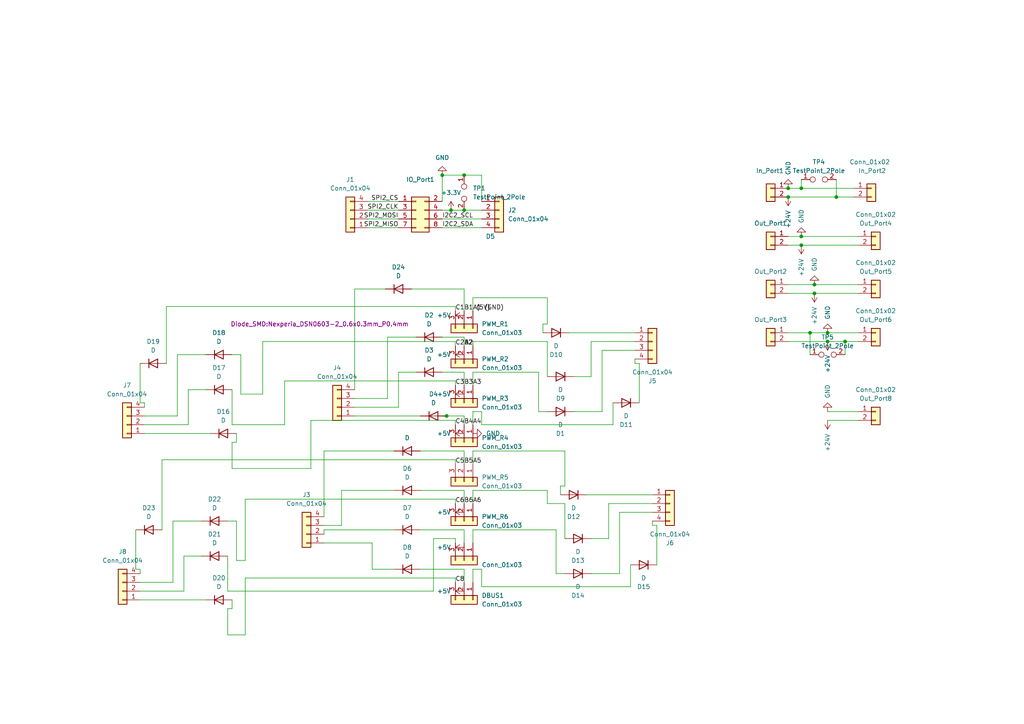
<source format=kicad_sch>
(kicad_sch (version 20230121) (generator eeschema)
  (paper "A4")
  (lib_symbols
    (symbol "Connector:TestPoint_2Pole" (pin_names (offset 0.762) hide)
      (property "Reference" "TP" (at 0 1.524 0))
      (property "Value" "TestPoint_2Pole" (at 0 -1.778 0))
      (symbol "TestPoint_2Pole_0_1"
        (circle (center -1.778 0) (radius 0.762))
        (circle (center 1.778 0) (radius 0.762))
        (pin passive line (at -5.08 0 0) (length 2.54) (name "1") (number "1"))
        (pin passive line (at 5.08 0 180) (length 2.54) (name "2") (number "2"))
      )
    )
    (symbol "Connector_Generic:Conn_01x02" (pin_names (offset 1.016) hide)
      (property "Reference" "J" (at 0 2.54 0))
      (property "Value" "Conn_01x02" (at 0 -5.08 0))
      (symbol "Conn_01x02_1_1"
        (rectangle (start -1.27 -2.413) (end 0 -2.667) (stroke (width 0.1524)))
        (rectangle (start -1.27 0.127) (end 0 -0.127) (stroke (width 0.1524)))
        (rectangle (start -1.27 1.27) (end 1.27 -3.81) (stroke (width 0.254)) (fill (type background)))
        (pin passive line (at -5.08 0 0) (length 3.81) (name "Pin_1") (number "1"))
        (pin passive line (at -5.08 -2.54 0) (length 3.81) (name "Pin_2") (number "2"))
      )
    )
    (symbol "Connector_Generic:Conn_01x03" (pin_names (offset 1.016) hide)
      (property "Reference" "J" (at 0 5.08 0))
      (property "Value" "Conn_01x03" (at 0 -5.08 0))
      (symbol "Conn_01x03_1_1"
        (rectangle (start -1.27 -2.413) (end 0 -2.667) (stroke (width 0.1524)))
        (rectangle (start -1.27 0.127) (end 0 -0.127) (stroke (width 0.1524)))
        (rectangle (start -1.27 2.667) (end 0 2.413) (stroke (width 0.1524)))
        (rectangle (start -1.27 3.81) (end 1.27 -3.81) (stroke (width 0.254)) (fill (type background)))
        (pin passive line (at -5.08 2.54 0) (length 3.81) (name "Pin_1") (number "1"))
        (pin passive line (at -5.08 0 0) (length 3.81) (name "Pin_2") (number "2"))
        (pin passive line (at -5.08 -2.54 0) (length 3.81) (name "Pin_3") (number "3"))
      )
    )
    (symbol "Connector_Generic:Conn_01x04" (pin_names (offset 1.016) hide)
      (property "Reference" "J" (at 0 5.08 0))
      (property "Value" "Conn_01x04" (at 0 -7.62 0))
      (symbol "Conn_01x04_1_1"
        (rectangle (start -1.27 -4.953) (end 0 -5.207) (stroke (width 0.1524)))
        (rectangle (start -1.27 -2.413) (end 0 -2.667) (stroke (width 0.1524)))
        (rectangle (start -1.27 0.127) (end 0 -0.127) (stroke (width 0.1524)))
        (rectangle (start -1.27 2.667) (end 0 2.413) (stroke (width 0.1524)))
        (rectangle (start -1.27 3.81) (end 1.27 -6.35) (stroke (width 0.254)) (fill (type background)))
        (pin passive line (at -5.08 2.54 0) (length 3.81) (name "Pin_1") (number "1"))
        (pin passive line (at -5.08 0 0) (length 3.81) (name "Pin_2") (number "2"))
        (pin passive line (at -5.08 -2.54 0) (length 3.81) (name "Pin_3") (number "3"))
        (pin passive line (at -5.08 -5.08 0) (length 3.81) (name "Pin_4") (number "4"))
      )
    )
    (symbol "Connector_Generic:Conn_02x04_Odd_Even" (pin_names (offset 1.016) hide)
      (property "Reference" "J" (at 1.27 5.08 0))
      (property "Value" "Conn_02x04_Odd_Even" (at 1.27 -7.62 0))
      (symbol "Conn_02x04_Odd_Even_1_1"
        (rectangle (start -1.27 -4.953) (end 0 -5.207) (stroke (width 0.1524)))
        (rectangle (start -1.27 -2.413) (end 0 -2.667) (stroke (width 0.1524)))
        (rectangle (start -1.27 0.127) (end 0 -0.127) (stroke (width 0.1524)))
        (rectangle (start -1.27 2.667) (end 0 2.413) (stroke (width 0.1524)))
        (rectangle (start -1.27 3.81) (end 3.81 -6.35) (stroke (width 0.254)) (fill (type background)))
        (rectangle (start 3.81 -4.953) (end 2.54 -5.207) (stroke (width 0.1524)))
        (rectangle (start 3.81 -2.413) (end 2.54 -2.667) (stroke (width 0.1524)))
        (rectangle (start 3.81 0.127) (end 2.54 -0.127) (stroke (width 0.1524)))
        (rectangle (start 3.81 2.667) (end 2.54 2.413) (stroke (width 0.1524)))
        (pin passive line (at -5.08 2.54 0) (length 3.81) (name "Pin_1") (number "1"))
        (pin passive line (at 7.62 2.54 180) (length 3.81) (name "Pin_2") (number "2"))
        (pin passive line (at -5.08 0 0) (length 3.81) (name "Pin_3") (number "3"))
        (pin passive line (at 7.62 0 180) (length 3.81) (name "Pin_4") (number "4"))
        (pin passive line (at -5.08 -2.54 0) (length 3.81) (name "Pin_5") (number "5"))
        (pin passive line (at 7.62 -2.54 180) (length 3.81) (name "Pin_6") (number "6"))
        (pin passive line (at -5.08 -5.08 0) (length 3.81) (name "Pin_7") (number "7"))
        (pin passive line (at 7.62 -5.08 180) (length 3.81) (name "Pin_8") (number "8"))
      )
    )
    (symbol "Device:D" (pin_numbers hide) (pin_names (offset 1.016) hide)
      (property "Reference" "D" (at 0 2.54 0))
      (property "Value" "D" (at 0 -2.54 0))
      (symbol "D_0_1"
        (polyline (pts (xy -1.27 1.27) (xy -1.27 -1.27)) (stroke (width 0.254)))
        (polyline (pts (xy 1.27 0) (xy -1.27 0)))
        (polyline (pts (xy 1.27 1.27) (xy 1.27 -1.27) (xy -1.27 0) (xy 1.27 1.27)) (stroke (width 0.254)))
      )
      (symbol "D_1_1"
        (pin passive line (at -3.81 0 0) (length 2.54) (name "K") (number "1"))
        (pin passive line (at 3.81 0 180) (length 2.54) (name "A") (number "2"))
      )
    )
    (symbol "power:+24V" (power) (pin_names (offset 0))
      (property "Value" "+24V" (at 0 3.556 0))
      (symbol "+24V_0_1"
        (polyline (pts (xy -0.762 1.27) (xy 0 2.54)))
        (polyline (pts (xy 0 0) (xy 0 2.54)))
        (polyline (pts (xy 0 2.54) (xy 0.762 1.27)))
      )
      (symbol "+24V_1_1"
        (pin power_in line (at 0 0 90) (length 0) hide (name "+24V") (number "1"))
      )
    )
    (symbol "power:+3.3V" (power) (pin_names (offset 0))
      (property "Value" "+3.3V" (at 0 3.556 0))
      (symbol "+3.3V_0_1"
        (polyline (pts (xy -0.762 1.27) (xy 0 2.54)))
        (polyline (pts (xy 0 0) (xy 0 2.54)))
        (polyline (pts (xy 0 2.54) (xy 0.762 1.27)))
      )
      (symbol "+3.3V_1_1"
        (pin power_in line (at 0 0 90) (length 0) hide (name "+3.3V") (number "1"))
      )
    )
    (symbol "power:+5V" (power) (pin_names (offset 0))
      (property "Value" "+5V" (at 0 3.556 0))
      (symbol "+5V_0_1"
        (polyline (pts (xy -0.762 1.27) (xy 0 2.54)))
        (polyline (pts (xy 0 0) (xy 0 2.54)))
        (polyline (pts (xy 0 2.54) (xy 0.762 1.27)))
      )
      (symbol "+5V_1_1"
        (pin power_in line (at 0 0 90) (length 0) hide (name "+5V") (number "1"))
      )
    )
    (symbol "power:GND" (power) (pin_names (offset 0))
      (property "Value" "GND" (at 0 -3.81 0))
      (symbol "GND_0_1"
        (polyline (pts (xy 0 0) (xy 0 -1.27) (xy 1.27 -1.27) (xy 0 -2.54) (xy -1.27 -1.27) (xy 0 -1.27)))
      )
      (symbol "GND_1_1"
        (pin power_in line (at 0 0 270) (length 0) hide (name "GND") (number "1"))
      )
    )
  )
  (junction (at 134.62 50.8))
  (junction (at 228.6 54.61))
  (junction (at 240.03 96.52))
  (junction (at 232.41 71.12))
  (junction (at 236.22 85.09))
  (junction (at 232.41 54.61))
  (junction (at 234.95 96.52))
  (junction (at 232.41 68.58))
  (junction (at 129.54 120.65))
  (junction (at 245.11 99.06))
  (junction (at 242.57 57.15))
  (junction (at 240.03 99.06))
  (junction (at 134.62 60.96))
  (junction (at 130.81 60.96))
  (junction (at 236.22 82.55))
  (junction (at 128.27 50.8))
  (junction (at 228.6 57.15))
  (wire (pts (xy 137.16 168.91) (xy 137.16 165.1)))
  (wire (pts (xy 236.22 82.55) (xy 248.92 82.55)))
  (wire (pts (xy 128.27 58.42) (xy 128.27 50.8)))
  (wire (pts (xy 121.92 142.24) (xy 134.62 142.24)))
  (wire (pts (xy 176.53 156.21) (xy 176.53 146.05)))
  (wire (pts (xy 134.62 123.19) (xy 134.62 120.65)))
  (wire (pts (xy 107.95 157.48) (xy 93.98 157.48)))
  (wire (pts (xy 99.06 142.24) (xy 99.06 152.4)))
  (wire (pts (xy 174.625 101.6) (xy 184.15 101.6)))
  (wire (pts (xy 171.45 109.22) (xy 166.37 109.22)))
  (wire (pts (xy 137.16 111.76) (xy 137.16 107.95)))
  (wire (pts (xy 50.165 151.13) (xy 50.165 168.91)))
  (wire (pts (xy 66.04 171.45) (xy 125.73 171.45)))
  (wire (pts (xy 90.17 121.92) (xy 90.17 135.89)))
  (wire (pts (xy 171.45 109.22) (xy 171.45 99.06)))
  (wire (pts (xy 189.23 146.05) (xy 176.53 146.05)))
  (wire (pts (xy 107.95 165.1) (xy 114.3 165.1)))
  (wire (pts (xy 128.27 120.65) (xy 129.54 120.65)))
  (wire (pts (xy 40.64 116.84) (xy 41.91 116.84)))
  (wire (pts (xy 139.7 165.1) (xy 137.16 165.1)))
  (wire (pts (xy 132.08 134.62) (xy 132.08 133.35)))
  (wire (pts (xy 50.165 168.91) (xy 40.64 168.91)))
  (wire (pts (xy 240.03 96.52) (xy 248.92 96.52)))
  (wire (pts (xy 156.21 119.38) (xy 158.75 119.38)))
  (wire (pts (xy 228.6 71.12) (xy 232.41 71.12)))
  (wire (pts (xy 128.27 50.8) (xy 134.62 50.8)))
  (wire (pts (xy 158.75 86.36) (xy 158.75 93.98)))
  (wire (pts (xy 132.08 88.9) (xy 48.26 88.9)))
  (wire (pts (xy 129.54 120.65) (xy 134.62 120.65)))
  (wire (pts (xy 134.62 130.81) (xy 134.62 134.62)))
  (wire (pts (xy 66.04 176.53) (xy 67.31 176.53)))
  (wire (pts (xy 184.15 105.41) (xy 184.15 104.14)))
  (wire (pts (xy 132.08 121.92) (xy 132.08 123.19)))
  (wire (pts (xy 228.6 82.55) (xy 236.22 82.55)))
  (wire (pts (xy 228.6 96.52) (xy 234.95 96.52)))
  (wire (pts (xy 158.75 93.98) (xy 157.48 93.98)))
  (wire (pts (xy 179.705 148.59) (xy 189.23 148.59)))
  (wire (pts (xy 232.41 68.58) (xy 248.92 68.58)))
  (wire (pts (xy 132.08 133.35) (xy 46.99 133.35)))
  (wire (pts (xy 228.6 99.06) (xy 240.03 99.06)))
  (wire (pts (xy 99.06 152.4) (xy 93.98 152.4)))
  (wire (pts (xy 67.31 135.89) (xy 67.31 128.27)))
  (wire (pts (xy 115.57 107.95) (xy 120.65 107.95)))
  (wire (pts (xy 69.85 114.3) (xy 69.85 102.87)))
  (wire (pts (xy 137.16 99.06) (xy 137.16 100.33)))
  (wire (pts (xy 112.395 115.57) (xy 102.87 115.57)))
  (wire (pts (xy 41.91 116.84) (xy 41.91 118.11)))
  (wire (pts (xy 161.29 166.37) (xy 163.83 166.37)))
  (wire (pts (xy 67.31 176.53) (xy 67.31 173.99)))
  (wire (pts (xy 66.04 161.29) (xy 66.04 171.45)))
  (wire (pts (xy 137.16 86.36) (xy 158.75 86.36)))
  (wire (pts (xy 228.6 85.09) (xy 236.22 85.09)))
  (wire (pts (xy 182.88 170.18) (xy 139.7 170.18)))
  (wire (pts (xy 232.41 52.07) (xy 232.41 54.61)))
  (wire (pts (xy 232.41 54.61) (xy 247.65 54.61)))
  (wire (pts (xy 71.12 144.78) (xy 71.12 162.56)))
  (wire (pts (xy 51.435 102.87) (xy 59.69 102.87)))
  (wire (pts (xy 137.16 146.05) (xy 137.16 142.24)))
  (wire (pts (xy 157.48 93.98) (xy 157.48 96.52)))
  (wire (pts (xy 134.62 107.95) (xy 134.62 111.76)))
  (wire (pts (xy 128.27 107.95) (xy 134.62 107.95)))
  (wire (pts (xy 139.7 170.18) (xy 139.7 165.1)))
  (wire (pts (xy 39.37 165.1) (xy 40.64 165.1)))
  (wire (pts (xy 161.29 153.67) (xy 161.29 166.37)))
  (wire (pts (xy 132.08 100.33) (xy 132.08 99.06)))
  (wire (pts (xy 66.04 184.15) (xy 66.04 176.53)))
  (wire (pts (xy 128.27 97.79) (xy 134.62 97.79)))
  (wire (pts (xy 107.95 165.1) (xy 107.95 157.48)))
  (wire (pts (xy 68.58 151.13) (xy 66.04 151.13)))
  (wire (pts (xy 228.6 68.58) (xy 232.41 68.58)))
  (wire (pts (xy 158.75 142.24) (xy 158.75 146.05)))
  (wire (pts (xy 182.88 163.83) (xy 182.88 170.18)))
  (wire (pts (xy 53.34 161.29) (xy 53.34 171.45)))
  (wire (pts (xy 137.16 123.19) (xy 137.16 119.38)))
  (wire (pts (xy 128.27 66.04) (xy 139.7 66.04)))
  (wire (pts (xy 179.705 166.37) (xy 171.45 166.37)))
  (wire (pts (xy 134.62 165.1) (xy 134.62 168.91)))
  (wire (pts (xy 128.27 60.96) (xy 130.81 60.96)))
  (wire (pts (xy 39.37 153.67) (xy 39.37 165.1)))
  (wire (pts (xy 51.435 120.65) (xy 41.91 120.65)))
  (wire (pts (xy 121.92 130.81) (xy 134.62 130.81)))
  (wire (pts (xy 137.16 130.81) (xy 163.83 130.81)))
  (wire (pts (xy 245.11 99.06) (xy 245.11 102.87)))
  (wire (pts (xy 132.08 121.92) (xy 90.17 121.92)))
  (wire (pts (xy 137.16 153.67) (xy 161.29 153.67)))
  (wire (pts (xy 190.5 163.83) (xy 190.5 152.4)))
  (wire (pts (xy 112.395 97.79) (xy 120.65 97.79)))
  (wire (pts (xy 174.625 119.38) (xy 166.37 119.38)))
  (wire (pts (xy 121.92 165.1) (xy 134.62 165.1)))
  (wire (pts (xy 232.41 71.12) (xy 248.92 71.12)))
  (wire (pts (xy 115.57 107.95) (xy 115.57 118.11)))
  (wire (pts (xy 137.16 142.24) (xy 158.75 142.24)))
  (wire (pts (xy 137.16 157.48) (xy 137.16 153.67)))
  (wire (pts (xy 125.73 171.45) (xy 125.73 156.21)))
  (wire (pts (xy 90.17 135.89) (xy 67.31 135.89)))
  (wire (pts (xy 53.34 161.29) (xy 58.42 161.29)))
  (wire (pts (xy 228.6 54.61) (xy 232.41 54.61)))
  (wire (pts (xy 245.11 99.06) (xy 248.92 99.06)))
  (wire (pts (xy 102.87 118.11) (xy 115.57 118.11)))
  (wire (pts (xy 139.7 58.42) (xy 139.7 50.8)))
  (wire (pts (xy 132.08 168.91) (xy 132.08 167.64)))
  (wire (pts (xy 76.2 99.06) (xy 76.2 114.3)))
  (wire (pts (xy 54.61 113.03) (xy 59.69 113.03)))
  (wire (pts (xy 189.23 152.4) (xy 189.23 151.13)))
  (wire (pts (xy 132.08 111.76) (xy 132.08 110.49)))
  (wire (pts (xy 189.23 143.51) (xy 170.18 143.51)))
  (wire (pts (xy 125.73 156.21) (xy 132.08 156.21)))
  (wire (pts (xy 41.91 123.19) (xy 54.61 123.19)))
  (wire (pts (xy 41.91 125.73) (xy 60.96 125.73)))
  (wire (pts (xy 68.58 128.27) (xy 68.58 125.73)))
  (wire (pts (xy 163.83 156.21) (xy 163.83 146.05)))
  (wire (pts (xy 137.16 90.17) (xy 137.16 86.36)))
  (wire (pts (xy 67.31 113.03) (xy 67.31 123.19)))
  (wire (pts (xy 236.22 85.09) (xy 248.92 85.09)))
  (wire (pts (xy 54.61 113.03) (xy 54.61 123.19)))
  (wire (pts (xy 130.81 60.96) (xy 134.62 60.96)))
  (wire (pts (xy 106.68 58.42) (xy 115.57 58.42)))
  (wire (pts (xy 134.62 83.82) (xy 119.38 83.82)))
  (wire (pts (xy 158.75 99.06) (xy 137.16 99.06)))
  (wire (pts (xy 132.08 99.06) (xy 76.2 99.06)))
  (wire (pts (xy 240.03 99.06) (xy 245.11 99.06)))
  (wire (pts (xy 132.08 110.49) (xy 82.55 110.49)))
  (wire (pts (xy 50.165 151.13) (xy 58.42 151.13)))
  (wire (pts (xy 121.92 153.67) (xy 134.62 153.67)))
  (wire (pts (xy 177.8 116.84) (xy 177.8 123.19)))
  (wire (pts (xy 184.15 96.52) (xy 165.1 96.52)))
  (wire (pts (xy 190.5 152.4) (xy 189.23 152.4)))
  (wire (pts (xy 48.26 88.9) (xy 48.26 105.41)))
  (wire (pts (xy 242.57 52.07) (xy 242.57 57.15)))
  (wire (pts (xy 71.12 184.15) (xy 66.04 184.15)))
  (wire (pts (xy 112.395 97.79) (xy 112.395 115.57)))
  (wire (pts (xy 76.2 114.3) (xy 69.85 114.3)))
  (wire (pts (xy 102.87 120.65) (xy 121.92 120.65)))
  (wire (pts (xy 82.55 110.49) (xy 82.55 123.19)))
  (wire (pts (xy 134.62 83.82) (xy 134.62 90.17)))
  (wire (pts (xy 156.21 107.95) (xy 156.21 119.38)))
  (wire (pts (xy 132.08 157.48) (xy 132.08 156.21)))
  (wire (pts (xy 106.68 60.96) (xy 115.57 60.96)))
  (wire (pts (xy 240.03 119.38) (xy 248.92 119.38)))
  (wire (pts (xy 128.27 63.5) (xy 139.7 63.5)))
  (wire (pts (xy 162.56 140.97) (xy 162.56 143.51)))
  (wire (pts (xy 134.62 142.24) (xy 134.62 146.05)))
  (wire (pts (xy 132.08 90.17) (xy 132.08 88.9)))
  (wire (pts (xy 185.42 105.41) (xy 184.15 105.41)))
  (wire (pts (xy 69.85 102.87) (xy 67.31 102.87)))
  (wire (pts (xy 177.8 123.19) (xy 139.7 123.19)))
  (wire (pts (xy 40.64 171.45) (xy 53.34 171.45)))
  (wire (pts (xy 93.98 153.67) (xy 93.98 154.94)))
  (wire (pts (xy 40.64 105.41) (xy 40.64 116.84)))
  (wire (pts (xy 234.95 96.52) (xy 234.95 102.87)))
  (wire (pts (xy 93.98 153.67) (xy 114.3 153.67)))
  (wire (pts (xy 228.6 57.15) (xy 242.57 57.15)))
  (wire (pts (xy 134.62 100.33) (xy 134.62 97.79)))
  (wire (pts (xy 163.83 130.81) (xy 163.83 140.97)))
  (wire (pts (xy 51.435 102.87) (xy 51.435 120.65)))
  (wire (pts (xy 139.7 50.8) (xy 134.62 50.8)))
  (wire (pts (xy 242.57 57.15) (xy 247.65 57.15)))
  (wire (pts (xy 176.53 156.21) (xy 171.45 156.21)))
  (wire (pts (xy 137.16 134.62) (xy 137.16 130.81)))
  (wire (pts (xy 134.62 60.96) (xy 139.7 60.96)))
  (wire (pts (xy 158.75 146.05) (xy 163.83 146.05)))
  (wire (pts (xy 174.625 119.38) (xy 174.625 101.6)))
  (wire (pts (xy 93.98 130.81) (xy 114.3 130.81)))
  (wire (pts (xy 68.58 162.56) (xy 68.58 151.13)))
  (wire (pts (xy 40.64 165.1) (xy 40.64 166.37)))
  (wire (pts (xy 40.64 173.99) (xy 59.69 173.99)))
  (wire (pts (xy 184.15 99.06) (xy 171.45 99.06)))
  (wire (pts (xy 132.08 144.78) (xy 71.12 144.78)))
  (wire (pts (xy 137.16 107.95) (xy 156.21 107.95)))
  (wire (pts (xy 102.87 83.82) (xy 102.87 113.03)))
  (wire (pts (xy 163.83 140.97) (xy 162.56 140.97)))
  (wire (pts (xy 132.08 146.05) (xy 132.08 144.78)))
  (wire (pts (xy 82.55 123.19) (xy 67.31 123.19)))
  (wire (pts (xy 99.06 142.24) (xy 114.3 142.24)))
  (wire (pts (xy 134.62 153.67) (xy 134.62 157.48)))
  (wire (pts (xy 71.12 162.56) (xy 68.58 162.56)))
  (wire (pts (xy 67.31 128.27) (xy 68.58 128.27)))
  (wire (pts (xy 240.03 121.92) (xy 248.92 121.92)))
  (wire (pts (xy 139.7 119.38) (xy 137.16 119.38)))
  (wire (pts (xy 185.42 116.84) (xy 185.42 105.41)))
  (wire (pts (xy 139.7 123.19) (xy 139.7 119.38)))
  (wire (pts (xy 158.75 109.22) (xy 158.75 99.06)))
  (wire (pts (xy 234.95 96.52) (xy 240.03 96.52)))
  (wire (pts (xy 46.99 133.35) (xy 46.99 153.67)))
  (wire (pts (xy 93.98 130.81) (xy 93.98 149.86)))
  (wire (pts (xy 71.12 167.64) (xy 71.12 184.15)))
  (wire (pts (xy 106.68 66.04) (xy 115.57 66.04)))
  (wire (pts (xy 111.76 83.82) (xy 102.87 83.82)))
  (wire (pts (xy 106.68 63.5) (xy 115.57 63.5)))
  (wire (pts (xy 132.08 167.64) (xy 71.12 167.64)))
  (wire (pts (xy 179.705 166.37) (xy 179.705 148.59)))
  (label "C1" (at 132.08 90.17 0))
  (label "B6" (at 134.62 146.05 0))
  (label "C2" (at 132.08 100.33 0))
  (label "SPI2_CLK" (at 115.57 60.96 180))
  (label "A2" (at 137.16 100.33 180))
  (label "C5" (at 132.08 134.62 0))
  (label "A3" (at 137.16 111.76 0))
  (label "A6" (at 137.16 146.05 0))
  (label "C6" (at 132.08 146.05 0))
  (label "B5" (at 134.62 134.62 0))
  (label "SPI2_CS" (at 115.57 58.42 180))
  (label "B4" (at 134.62 123.19 0))
  (label "C3" (at 132.08 111.76 0))
  (label "A1 (GND)" (at 137.16 90.17 0))
  (label "B2" (at 134.62 100.33 0))
  (label "C4" (at 132.08 123.19 0))
  (label "SPI2_MISO" (at 115.57 66.04 180))
  (label "SPI2_MOSI" (at 115.57 63.5 180))
  (label "B3" (at 134.62 111.76 0))
  (label "C8" (at 132.08 168.91 0))
  (label "B1 (5V)" (at 134.62 90.17 0))
  (label "I2C2_SCL" (at 128.27 63.5 0))
  (label "A4" (at 137.16 123.19 0))
  (label "A5" (at 137.16 134.62 0))
  (label "I2C2_SDA" (at 128.27 66.04 0))
  (symbol (lib_id "Device:D") (at 181.61 116.84 180) (unit 1)
    (property "Reference" "D11" (at 181.61 123.19 0))
    (property "Value" "D" (at 181.61 120.65 0))
    (property "Footprint" "Diode_SMD:Nexperia_DSN0603-2_0.6x0.3mm_P0.4mm" (effects hide))
    (property "Sim.Device" "D" (effects hide))
    (property "Sim.Pins" "1=K 2=A" (effects hide))
  )
  (symbol (lib_id "power:+5V") (at 134.62 125.73 90) (unit 1)
    (property "Reference" "#PWR011" (effects hide))
    (property "Value" "+5V" (at 130.81 125.73 90) (effects (justify left)))
  )
  (symbol (lib_id "Connector_Generic:Conn_01x04") (at 88.9 154.94 180) (unit 1)
    (property "Reference" "J3" (at 88.9 143.51 0))
    (property "Value" "Conn_01x04" (at 88.9 146.05 0))
    (property "Footprint" "Connector_PinHeader_2.54mm:PinHeader_1x04_P2.54mm_Vertical" (effects hide))
  )
  (symbol (lib_id "Connector_Generic:Conn_01x04") (at 36.83 123.19 180) (unit 1)
    (property "Reference" "J7" (at 36.83 111.76 0))
    (property "Value" "Conn_01x04" (at 36.83 114.3 0))
    (property "Footprint" "Connector_PinHeader_2.54mm:PinHeader_1x04_P2.54mm_Vertical" (effects hide))
  )
  (symbol (lib_id "power:+5V") (at 134.62 114.3 90) (unit 1)
    (property "Reference" "#PWR09" (effects hide))
    (property "Value" "+5V" (at 130.81 114.3 90) (effects (justify left)))
  )
  (symbol (lib_id "Connector_Generic:Conn_01x03") (at 134.62 139.7 270) (unit 1)
    (property "Reference" "PWM_R5" (at 139.7 138.43 90) (effects (justify left)))
    (property "Value" "Conn_01x03" (at 139.7 140.97 90) (effects (justify left)))
    (property "Footprint" "Connector_PinSocket_2.54mm:PinSocket_1x03_P2.54mm_Vertical" (effects hide))
  )
  (symbol (lib_id "Device:D") (at 166.37 143.51 180) (unit 1)
    (property "Reference" "D12" (at 166.37 149.86 0))
    (property "Value" "D" (at 166.37 147.32 0))
    (property "Footprint" "Diode_SMD:Nexperia_DSN0603-2_0.6x0.3mm_P0.4mm" (effects hide))
    (property "Sim.Device" "D" (effects hide))
    (property "Sim.Pins" "1=K 2=A" (effects hide))
  )
  (symbol (lib_id "power:GND") (at 128.27 50.8 180) (unit 1)
    (property "Reference" "#PWR02" (effects hide))
    (property "Value" "GND" (at 128.27 45.72 0))
  )
  (symbol (lib_id "power:GND") (at 236.22 82.55 180) (unit 1)
    (property "Reference" "#PWR021" (effects hide))
    (property "Value" "GND" (at 236.22 78.74 90) (effects (justify right)))
  )
  (symbol (lib_id "Connector_Generic:Conn_01x04") (at 194.31 146.05 0) (unit 1)
    (property "Reference" "J6" (at 194.31 157.48 0))
    (property "Value" "Conn_01x04" (at 194.31 154.94 0))
    (property "Footprint" "Connector_PinHeader_2.54mm:PinHeader_1x04_P2.54mm_Vertical" (effects hide))
  )
  (symbol (lib_id "Connector_Generic:Conn_02x04_Odd_Even") (at 120.65 60.96 0) (unit 1)
    (property "Reference" "IO_Port1" (at 121.92 52.07 0))
    (property "Value" "Conn_02x04_Odd_Even" (effects hide))
    (property "Footprint" "Connector_PinSocket_2.54mm:PinSocket_2x04_P2.54mm_Vertical" (effects hide))
  )
  (symbol (lib_id "power:+5V") (at 134.62 102.87 90) (unit 1)
    (property "Reference" "#PWR07" (effects hide))
    (property "Value" "+5V" (at 130.81 102.87 90) (effects (justify left)))
  )
  (symbol (lib_id "Connector_Generic:Conn_01x02") (at 254 68.58 0) (unit 1)
    (property "Reference" "Out_Port4" (at 254 64.77 0))
    (property "Value" "Conn_01x02" (at 254 62.23 0))
    (property "Footprint" "Connector_AMASS:AMASS_XT30U-F_1x02_P5.0mm_Vertical" (effects hide))
  )
  (symbol (lib_id "Device:D") (at 125.73 120.65 0) (unit 1)
    (property "Reference" "D4" (at 125.73 114.3 0))
    (property "Value" "D" (at 125.73 116.84 0))
    (property "Footprint" "Diode_SMD:Nexperia_DSN0603-2_0.6x0.3mm_P0.4mm" (effects hide))
    (property "Sim.Device" "D" (effects hide))
    (property "Sim.Pins" "1=K 2=A" (effects hide))
  )
  (symbol (lib_id "Device:D") (at 124.46 107.95 0) (unit 1)
    (property "Reference" "D3" (at 124.46 101.6 0))
    (property "Value" "D" (at 124.46 104.14 0))
    (property "Footprint" "Diode_SMD:Nexperia_DSN0603-2_0.6x0.3mm_P0.4mm" (effects hide))
    (property "Sim.Device" "D" (effects hide))
    (property "Sim.Pins" "1=K 2=A" (effects hide))
  )
  (symbol (lib_id "Connector_Generic:Conn_01x02") (at 254 119.38 0) (unit 1)
    (property "Reference" "Out_Port8" (at 254 115.57 0))
    (property "Value" "Conn_01x02" (at 254 113.03 0))
    (property "Footprint" "Connector_AMASS:AMASS_XT30U-F_1x02_P5.0mm_Vertical" (effects hide))
  )
  (symbol (lib_id "Connector_Generic:Conn_01x03") (at 134.62 162.56 270) (unit 1)
    (property "Reference" "PWM_R7" (effects hide))
    (property "Value" "Conn_01x03" (at 139.7 163.83 90) (effects (justify left)))
    (property "Footprint" "Connector_PinSocket_2.54mm:PinSocket_1x03_P2.54mm_Vertical" (effects hide))
  )
  (symbol (lib_id "Device:D") (at 162.56 119.38 180) (unit 1)
    (property "Reference" "D1" (at 162.56 125.73 0))
    (property "Value" "D" (at 162.56 123.19 0))
    (property "Footprint" "Diode_SMD:Nexperia_DSN0603-2_0.6x0.3mm_P0.4mm" (effects hide))
    (property "Sim.Device" "D" (effects hide))
    (property "Sim.Pins" "1=K 2=A" (effects hide))
  )
  (symbol (lib_id "Device:D") (at 167.64 156.21 180) (unit 1)
    (property "Reference" "D13" (at 167.64 162.56 0))
    (property "Value" "D" (at 167.64 160.02 0))
    (property "Footprint" "Diode_SMD:Nexperia_DSN0603-2_0.6x0.3mm_P0.4mm" (effects hide))
    (property "Sim.Device" "D" (effects hide))
    (property "Sim.Pins" "1=K 2=A" (effects hide))
  )
  (symbol (lib_id "Connector_Generic:Conn_01x02") (at 252.73 54.61 0) (unit 1)
    (property "Reference" "In_Port2" (at 248.92 49.53 0) (effects (justify left)))
    (property "Value" "Conn_01x02" (at 246.38 46.99 0) (effects (justify left)))
    (property "Footprint" "Connector_AMASS:AMASS_XT30U-F_1x02_P5.0mm_Vertical" (effects hide))
  )
  (symbol (lib_id "Device:D") (at 44.45 105.41 0) (unit 1)
    (property "Reference" "D19" (at 44.45 99.06 0))
    (property "Value" "D" (at 44.45 101.6 0))
    (property "Footprint" "Diode_SMD:Nexperia_DSN0603-2_0.6x0.3mm_P0.4mm" (effects hide))
    (property "Sim.Device" "D" (effects hide))
    (property "Sim.Pins" "1=K 2=A" (effects hide))
  )
  (symbol (lib_id "power:+5V") (at 134.62 148.59 90) (unit 1)
    (property "Reference" "#PWR013" (effects hide))
    (property "Value" "+5V" (at 130.81 148.59 90) (effects (justify left)))
  )
  (symbol (lib_id "Connector_Generic:Conn_01x02") (at 223.52 82.55 0) (mirror y) (unit 1)
    (property "Reference" "Out_Port2" (at 223.52 78.74 0))
    (property "Value" "Conn_01x02" (effects hide))
    (property "Footprint" "Connector_AMASS:AMASS_XT30U-F_1x02_P5.0mm_Vertical" (effects hide))
  )
  (symbol (lib_id "Connector_Generic:Conn_01x03") (at 134.62 116.84 270) (unit 1)
    (property "Reference" "PWM_R3" (at 139.7 115.57 90) (effects (justify left)))
    (property "Value" "Conn_01x03" (at 139.7 118.11 90) (effects (justify left)))
    (property "Footprint" "Connector_PinSocket_2.54mm:PinSocket_1x03_P2.54mm_Vertical" (effects hide))
  )
  (symbol (lib_id "Connector_Generic:Conn_01x02") (at 254 96.52 0) (unit 1)
    (property "Reference" "Out_Port6" (at 254 92.71 0))
    (property "Value" "Conn_01x02" (at 254 90.17 0))
    (property "Footprint" "Connector_AMASS:AMASS_XT30U-F_1x02_P5.0mm_Vertical" (effects hide))
  )
  (symbol (lib_id "power:GND") (at 240.03 119.38 180) (unit 1)
    (property "Reference" "#PWR025" (effects hide))
    (property "Value" "GND" (at 240.03 115.57 90) (effects (justify right)))
  )
  (symbol (lib_id "Connector:TestPoint_2Pole") (at 240.03 102.87 0) (unit 1)
    (property "Reference" "TP5" (at 240.03 97.79 0))
    (property "Value" "TestPoint_2Pole" (at 240.03 100.33 0))
    (property "Footprint" "TestPoint:TestPoint_2Pads_Pitch2.54mm_Drill0.8mm" (effects hide))
  )
  (symbol (lib_id "Device:D") (at 118.11 130.81 0) (unit 1)
    (property "Reference" "D5" (at 142.24 68.58 0))
    (property "Value" "D" (at 118.11 127 0))
    (property "Footprint" "Diode_SMD:Nexperia_DSN0603-2_0.6x0.3mm_P0.4mm" (effects hide))
    (property "Sim.Device" "D" (effects hide))
    (property "Sim.Pins" "1=K 2=A" (effects hide))
  )
  (symbol (lib_id "power:+5V") (at 134.62 158.75 90) (unit 1)
    (property "Reference" "#PWR015" (effects hide))
    (property "Value" "+5V" (at 130.81 158.75 90) (effects (justify left)))
  )
  (symbol (lib_id "power:GND") (at 232.41 68.58 180) (unit 1)
    (property "Reference" "#PWR019" (effects hide))
    (property "Value" "GND" (at 232.41 64.77 90) (effects (justify right)))
  )
  (symbol (lib_id "power:+5V") (at 134.62 91.44 90) (unit 1)
    (property "Reference" "#PWR06" (effects hide))
    (property "Value" "+5V" (at 130.81 91.44 90) (effects (justify left)))
  )
  (symbol (lib_id "Connector_Generic:Conn_01x03") (at 134.62 173.99 270) (unit 1)
    (property "Reference" "DBUS1" (at 139.7 172.72 90) (effects (justify left)))
    (property "Value" "Conn_01x03" (at 139.7 175.26 90) (effects (justify left)))
    (property "Footprint" "Connector_PinSocket_2.54mm:PinSocket_1x03_P2.54mm_Vertical" (effects hide))
  )
  (symbol (lib_id "power:GND") (at 228.6 54.61 180) (unit 1)
    (property "Reference" "#PWR05" (effects hide))
    (property "Value" "GND" (at 228.6 50.8 90) (effects (justify right)))
  )
  (symbol (lib_id "Connector_Generic:Conn_01x04") (at 144.78 60.96 0) (unit 1)
    (property "Reference" "J2" (at 147.32 60.96 0) (effects (justify left)))
    (property "Value" "Conn_01x04" (at 147.32 63.5 0) (effects (justify left)))
    (property "Footprint" "Connector_PinHeader_2.54mm:PinHeader_1x04_P2.54mm_Vertical" (effects hide))
  )
  (symbol (lib_id "Device:D") (at 161.29 96.52 180) (unit 1)
    (property "Reference" "D10" (at 161.29 102.87 0))
    (property "Value" "D" (at 161.29 100.33 0))
    (property "Footprint" "Diode_SMD:Nexperia_DSN0603-2_0.6x0.3mm_P0.4mm" (effects hide))
    (property "Sim.Device" "D" (effects hide))
    (property "Sim.Pins" "1=K 2=A" (effects hide))
  )
  (symbol (lib_id "Device:D") (at 118.11 153.67 0) (unit 1)
    (property "Reference" "D7" (at 118.11 147.32 0))
    (property "Value" "D" (at 118.11 149.86 0))
    (property "Footprint" "Diode_SMD:Nexperia_DSN0603-2_0.6x0.3mm_P0.4mm" (effects hide))
    (property "Sim.Device" "D" (effects hide))
    (property "Sim.Pins" "1=K 2=A" (effects hide))
  )
  (symbol (lib_id "Device:D") (at 124.46 97.79 0) (unit 1)
    (property "Reference" "D2" (at 124.46 91.44 0))
    (property "Value" "D" (at 124.46 93.98 0))
    (property "Footprint" "Diode_SMD:Nexperia_DSN0603-2_0.6x0.3mm_P0.4mm" (at 92.71 93.98 0))
    (property "Sim.Device" "D" (effects hide))
    (property "Sim.Pins" "1=K 2=A" (effects hide))
  )
  (symbol (lib_id "Device:D") (at 115.57 83.82 0) (unit 1)
    (property "Reference" "D24" (at 115.57 77.47 0))
    (property "Value" "D" (at 115.57 80.01 0))
    (property "Footprint" "Diode_SMD:Nexperia_DSN0603-2_0.6x0.3mm_P0.4mm" (effects hide))
    (property "Sim.Device" "D" (effects hide))
    (property "Sim.Pins" "1=K 2=A" (effects hide))
  )
  (symbol (lib_id "power:+3.3V") (at 130.81 60.96 0) (unit 1)
    (property "Reference" "#PWR01" (effects hide))
    (property "Value" "+3.3V" (at 130.81 55.88 0))
  )
  (symbol (lib_id "Device:D") (at 64.77 125.73 0) (unit 1)
    (property "Reference" "D16" (at 64.77 119.38 0))
    (property "Value" "D" (at 64.77 121.92 0))
    (property "Footprint" "Diode_SMD:Nexperia_DSN0603-2_0.6x0.3mm_P0.4mm" (effects hide))
    (property "Sim.Device" "D" (effects hide))
    (property "Sim.Pins" "1=K 2=A" (effects hide))
  )
  (symbol (lib_id "Device:D") (at 118.11 142.24 0) (unit 1)
    (property "Reference" "D6" (at 118.11 135.89 0))
    (property "Value" "D" (at 118.11 138.43 0))
    (property "Footprint" "Diode_SMD:Nexperia_DSN0603-2_0.6x0.3mm_P0.4mm" (effects hide))
    (property "Sim.Device" "D" (effects hide))
    (property "Sim.Pins" "1=K 2=A" (effects hide))
  )
  (symbol (lib_id "Device:D") (at 62.23 151.13 0) (unit 1)
    (property "Reference" "D22" (at 62.23 144.78 0))
    (property "Value" "D" (at 62.23 147.32 0))
    (property "Footprint" "Diode_SMD:Nexperia_DSN0603-2_0.6x0.3mm_P0.4mm" (effects hide))
    (property "Sim.Device" "D" (effects hide))
    (property "Sim.Pins" "1=K 2=A" (effects hide))
  )
  (symbol (lib_id "Connector_Generic:Conn_01x02") (at 223.52 54.61 0) (mirror y) (unit 1)
    (property "Reference" "In_Port1" (at 227.33 49.53 0) (effects (justify left)))
    (property "Value" "Conn_01x02" (effects hide))
    (property "Footprint" "Connector_AMASS:AMASS_XT30U-F_1x02_P5.0mm_Vertical" (effects hide))
  )
  (symbol (lib_id "Device:D") (at 118.11 165.1 0) (unit 1)
    (property "Reference" "D8" (at 118.11 158.75 0))
    (property "Value" "D" (at 118.11 161.29 0))
    (property "Footprint" "Diode_SMD:Nexperia_DSN0603-2_0.6x0.3mm_P0.4mm" (effects hide))
    (property "Sim.Device" "D" (effects hide))
    (property "Sim.Pins" "1=K 2=A" (effects hide))
  )
  (symbol (lib_id "Device:D") (at 186.69 163.83 180) (unit 1)
    (property "Reference" "D15" (at 186.69 170.18 0))
    (property "Value" "D" (at 186.69 167.64 0))
    (property "Footprint" "Diode_SMD:Nexperia_DSN0603-2_0.6x0.3mm_P0.4mm" (effects hide))
    (property "Sim.Device" "D" (effects hide))
    (property "Sim.Pins" "1=K 2=A" (effects hide))
  )
  (symbol (lib_id "power:+5V") (at 134.62 171.45 90) (unit 1)
    (property "Reference" "#PWR017" (effects hide))
    (property "Value" "+5V" (at 130.81 171.45 90) (effects (justify left)))
  )
  (symbol (lib_id "Connector_Generic:Conn_01x02") (at 223.52 96.52 0) (mirror y) (unit 1)
    (property "Reference" "Out_Port3" (at 223.52 92.71 0))
    (property "Value" "Conn_01x02" (effects hide))
    (property "Footprint" "Connector_AMASS:AMASS_XT30U-F_1x02_P5.0mm_Vertical" (effects hide))
  )
  (symbol (lib_id "power:+24V") (at 228.6 57.15 180) (unit 1)
    (property "Reference" "#PWR04" (effects hide))
    (property "Value" "+24V" (at 228.6 60.96 90) (effects (justify left)))
  )
  (symbol (lib_id "Device:D") (at 63.5 113.03 0) (unit 1)
    (property "Reference" "D17" (at 63.5 106.68 0))
    (property "Value" "D" (at 63.5 109.22 0))
    (property "Footprint" "Diode_SMD:Nexperia_DSN0603-2_0.6x0.3mm_P0.4mm" (effects hide))
    (property "Sim.Device" "D" (effects hide))
    (property "Sim.Pins" "1=K 2=A" (effects hide))
  )
  (symbol (lib_id "Connector_Generic:Conn_01x04") (at 189.23 99.06 0) (unit 1)
    (property "Reference" "J5" (at 189.23 110.49 0))
    (property "Value" "Conn_01x04" (at 189.23 107.95 0))
    (property "Footprint" "Connector_PinHeader_2.54mm:PinHeader_1x04_P2.54mm_Vertical" (effects hide))
  )
  (symbol (lib_id "power:+24V") (at 240.03 121.92 180) (unit 1)
    (property "Reference" "#PWR026" (effects hide))
    (property "Value" "+24V" (at 240.03 125.73 90) (effects (justify left)))
  )
  (symbol (lib_id "Connector_Generic:Conn_01x03") (at 134.62 105.41 270) (unit 1)
    (property "Reference" "PWM_R2" (at 139.7 104.14 90) (effects (justify left)))
    (property "Value" "Conn_01x03" (at 139.7 106.68 90) (effects (justify left)))
    (property "Footprint" "Connector_PinSocket_2.54mm:PinSocket_1x03_P2.54mm_Vertical" (effects hide))
  )
  (symbol (lib_id "Connector:TestPoint_2Pole") (at 237.49 52.07 0) (unit 1)
    (property "Reference" "TP4" (at 237.49 46.99 0))
    (property "Value" "TestPoint_2Pole" (at 237.49 49.53 0))
    (property "Footprint" "TestPoint:TestPoint_2Pads_Pitch2.54mm_Drill0.8mm" (effects hide))
  )
  (symbol (lib_id "Connector_Generic:Conn_01x02") (at 254 82.55 0) (unit 1) (on_board no)
    (property "Reference" "Out_Port5" (at 254 78.74 0))
    (property "Value" "Conn_01x02" (at 254 76.2 0))
    (property "Footprint" "Connector_AMASS:AMASS_XT30U-F_1x02_P5.0mm_Vertical" (effects hide))
  )
  (symbol (lib_id "Connector_Generic:Conn_01x02") (at 223.52 68.58 0) (mirror y) (unit 1)
    (property "Reference" "Out_Port1" (at 223.52 64.77 0))
    (property "Value" "Conn_01x02" (effects hide))
    (property "Footprint" "Connector_AMASS:AMASS_XT30U-F_1x02_P5.0mm_Vertical" (effects hide))
  )
  (symbol (lib_id "Connector_Generic:Conn_01x04") (at 35.56 171.45 180) (unit 1)
    (property "Reference" "J8" (at 35.56 160.02 0))
    (property "Value" "Conn_01x04" (at 35.56 162.56 0))
    (property "Footprint" "Connector_PinHeader_2.54mm:PinHeader_1x04_P2.54mm_Vertical" (effects hide))
  )
  (symbol (lib_id "Connector_Generic:Conn_01x04") (at 97.79 118.11 180) (unit 1)
    (property "Reference" "J4" (at 97.79 106.68 0))
    (property "Value" "Conn_01x04" (at 97.79 109.22 0))
    (property "Footprint" "Connector_PinHeader_2.54mm:PinHeader_1x04_P2.54mm_Vertical" (effects hide))
  )
  (symbol (lib_id "Connector_Generic:Conn_01x03") (at 134.62 95.25 270) (unit 1)
    (property "Reference" "PWM_R1" (at 139.7 93.98 90) (effects (justify left)))
    (property "Value" "Conn_01x03" (at 139.7 96.52 90) (effects (justify left)))
    (property "Footprint" "Connector_PinSocket_2.54mm:PinSocket_1x03_P2.54mm_Vertical" (effects hide))
  )
  (symbol (lib_id "Connector_Generic:Conn_01x04") (at 101.6 63.5 180) (unit 1)
    (property "Reference" "J1" (at 101.6 52.07 0))
    (property "Value" "Conn_01x04" (at 101.6 54.61 0))
    (property "Footprint" "Connector_PinHeader_2.54mm:PinHeader_1x04_P2.54mm_Vertical" (effects hide))
  )
  (symbol (lib_id "power:GND") (at 240.03 96.52 180) (unit 1)
    (property "Reference" "#PWR023" (effects hide))
    (property "Value" "GND" (at 240.03 92.71 90) (effects (justify right)))
  )
  (symbol (lib_id "Device:D") (at 63.5 102.87 0) (unit 1)
    (property "Reference" "D18" (at 63.5 96.52 0))
    (property "Value" "D" (at 63.5 99.06 0))
    (property "Footprint" "Diode_SMD:Nexperia_DSN0603-2_0.6x0.3mm_P0.4mm" (effects hide))
    (property "Sim.Device" "D" (effects hide))
    (property "Sim.Pins" "1=K 2=A" (effects hide))
  )
  (symbol (lib_id "Device:D") (at 62.23 161.29 0) (unit 1)
    (property "Reference" "D21" (at 62.23 154.94 0))
    (property "Value" "D" (at 62.23 157.48 0))
    (property "Footprint" "Diode_SMD:Nexperia_DSN0603-2_0.6x0.3mm_P0.4mm" (effects hide))
    (property "Sim.Device" "D" (effects hide))
    (property "Sim.Pins" "1=K 2=A" (effects hide))
  )
  (symbol (lib_id "Device:D") (at 43.18 153.67 0) (unit 1)
    (property "Reference" "D23" (at 43.18 147.32 0))
    (property "Value" "D" (at 43.18 149.86 0))
    (property "Footprint" "Diode_SMD:Nexperia_DSN0603-2_0.6x0.3mm_P0.4mm" (effects hide))
    (property "Sim.Device" "D" (effects hide))
    (property "Sim.Pins" "1=K 2=A" (effects hide))
  )
  (symbol (lib_id "power:+24V") (at 232.41 71.12 180) (unit 1)
    (property "Reference" "#PWR020" (effects hide))
    (property "Value" "+24V" (at 232.41 74.93 90) (effects (justify left)))
  )
  (symbol (lib_id "Connector:TestPoint_2Pole") (at 134.62 55.88 270) (unit 1)
    (property "Reference" "TP1" (at 137.16 54.61 90) (effects (justify left)))
    (property "Value" "TestPoint_2Pole" (at 137.16 57.15 90) (effects (justify left)))
    (property "Footprint" "TestPoint:TestPoint_2Pads_Pitch2.54mm_Drill0.8mm" (effects hide))
  )
  (symbol (lib_id "power:+24V") (at 240.03 99.06 180) (unit 1)
    (property "Reference" "#PWR024" (effects hide))
    (property "Value" "+24V" (at 240.03 102.87 90) (effects (justify left)))
  )
  (symbol (lib_id "power:+24V") (at 236.22 85.09 180) (unit 1)
    (property "Reference" "#PWR022" (effects hide))
    (property "Value" "+24V" (at 236.22 88.9 90) (effects (justify left)))
  )
  (symbol (lib_id "Connector_Generic:Conn_01x03") (at 134.62 128.27 270) (unit 1)
    (property "Reference" "PWM_R4" (at 139.7 127 90) (effects (justify left)))
    (property "Value" "Conn_01x03" (at 139.7 129.54 90) (effects (justify left)))
    (property "Footprint" "Connector_PinSocket_2.54mm:PinSocket_1x03_P2.54mm_Vertical" (effects hide))
  )
  (symbol (lib_id "power:GND") (at 137.16 125.73 90) (unit 1)
    (property "Reference" "#PWR012" (effects hide))
    (property "Value" "GND" (at 140.97 125.73 90) (effects (justify right)))
  )
  (symbol (lib_id "Device:D") (at 63.5 173.99 0) (unit 1)
    (property "Reference" "D20" (at 63.5 167.64 0))
    (property "Value" "D" (at 63.5 170.18 0))
    (property "Footprint" "Diode_SMD:Nexperia_DSN0603-2_0.6x0.3mm_P0.4mm" (effects hide))
    (property "Sim.Device" "D" (effects hide))
    (property "Sim.Pins" "1=K 2=A" (effects hide))
  )
  (symbol (lib_id "Device:D") (at 167.64 166.37 180) (unit 1)
    (property "Reference" "D14" (at 167.64 172.72 0))
    (property "Value" "D" (at 167.64 170.18 0))
    (property "Footprint" "Diode_SMD:Nexperia_DSN0603-2_0.6x0.3mm_P0.4mm" (effects hide))
    (property "Sim.Device" "D" (effects hide))
    (property "Sim.Pins" "1=K 2=A" (effects hide))
  )
  (symbol (lib_id "Device:D") (at 162.56 109.22 180) (unit 1)
    (property "Reference" "D9" (at 162.56 115.57 0))
    (property "Value" "D" (at 162.56 113.03 0))
    (property "Footprint" "Diode_SMD:Nexperia_DSN0603-2_0.6x0.3mm_P0.4mm" (effects hide))
    (property "Sim.Device" "D" (effects hide))
    (property "Sim.Pins" "1=K 2=A" (effects hide))
  )
  (symbol (lib_id "Connector_Generic:Conn_01x03") (at 134.62 151.13 270) (unit 1)
    (property "Reference" "PWM_R6" (at 139.7 149.86 90) (effects (justify left)))
    (property "Value" "Conn_01x03" (at 139.7 152.4 90) (effects (justify left)))
    (property "Footprint" "Connector_PinSocket_2.54mm:PinSocket_1x03_P2.54mm_Vertical" (effects hide))
  )
)
</source>
